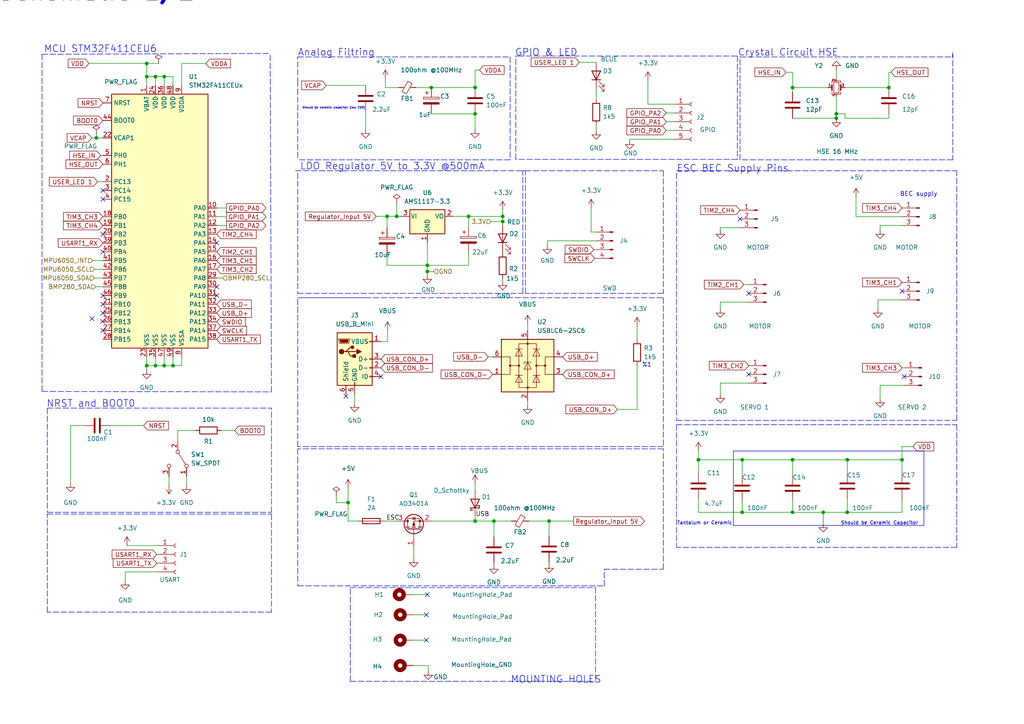
<source format=kicad_sch>
(kicad_sch (version 20211123) (generator eeschema)
  (paper "A4")
  (title_block (title "MCU and Power sheet") (date "2022-11-05") (rev "Version 1"))
  (junction (at 123.952 76.962))
  (junction (at 145.796 62.7662))
  (junction (at 242.57 33.02))
  (junction (at 229.87 148.59))
  (junction (at 229.87 25.4))
  (junction (at 143.256 151.13))
  (junction (at 261.62 133.35))
  (junction (at 215.265 148.59))
  (junction (at 245.745 133.35))
  (junction (at 123.952 78.74))
  (junction (at 42.5596 18.4217))
  (junction (at 229.87 133.35))
  (junction (at 137.795 33.02))
  (junction (at 257.81 25.4))
  (junction (at 245.745 148.59))
  (junction (at 112.268 62.738))
  (junction (at 135.89 62.7662))
  (junction (at 125.095 25.4))
  (junction (at 50.165 106.045))
  (junction (at 42.5596 22.225))
  (junction (at 238.76 148.59))
  (junction (at 145.796 64.262))
  (junction (at 215.265 133.35))
  (junction (at 137.795 25.4))
  (junction (at 115.062 62.738))
  (junction (at 47.625 22.225))
  (junction (at 42.545 106.045))
  (junction (at 45.085 22.225))
  (junction (at 100.965 145.796))
  (junction (at 202.565 133.35))
  (junction (at 45.085 106.045))
  (junction (at 137.795 151.13))
  (junction (at 159.258 151.13))
  (junction (at 47.625 106.045))
  (junction (at 27.94 40.005))
  (junction (at 242.57 34.29))
  (no_connect (at 26.67 92.456))
  (no_connect (at 29.718 93.218))
  (no_connect (at 29.845 95.885))
  (no_connect (at 217.17 108.585))
  (no_connect (at 261.62 84.455))
  (no_connect (at 214.63 63.5))
  (no_connect (at 217.17 85.09))
  (no_connect (at 262.255 109.22))
  (no_connect (at 62.865 70.485))
  (no_connect (at 123.698 178.308))
  (no_connect (at 123.698 185.674))
  (no_connect (at 29.845 85.725))
  (no_connect (at 62.865 83.185))
  (no_connect (at 62.865 85.725))
  (no_connect (at 100.33 114.935))
  (no_connect (at 29.845 90.805))
  (no_connect (at 29.845 88.265))
  (no_connect (at 123.952 172.466))
  (no_connect (at 29.845 57.785))
  (no_connect (at 29.845 55.245))
  (no_connect (at 29.845 73.025))
  (no_connect (at 110.49 109.22))
  (no_connect (at 29.845 67.945))
  (polyline (pts (xy 212.725 130.81) (xy 267.97 130.81)) (stroke (width 0) (type solid)))
  (wire (pts (xy 208.915 111.125) (xy 217.17 111.125)))
  (wire (pts (xy 27.4019 80.645) (xy 29.845 80.645)))
  (polyline (pts (xy 152.4 49.53) (xy 192.405 49.53)))
  (wire (pts (xy 106.045 32.385) (xy 106.045 37.465)))
  (wire (pts (xy 111.506 151.13) (xy 114.935 151.13)))
  (polyline (pts (xy 196.215 123.19) (xy 196.215 158.75)))
  (wire (pts (xy 45.085 106.045) (xy 47.625 106.045)))
  (polyline (pts (xy 213.868 16.256) (xy 213.868 46.228)))
  (wire (pts (xy 28.9099 78.1001) (xy 29.845 78.105)))
  (wire (pts (xy 45.085 22.225) (xy 45.085 24.765)))
  (polyline (pts (xy 151.765 49.53) (xy 152.4 49.53)))
  (polyline (pts (xy 86.36 132.715) (xy 86.36 169.926)))
  (wire (pts (xy 187.9151 30.226) (xy 195.58 30.226)))
  (wire (pts (xy 94.615 24.765) (xy 106.045 24.765)))
  (wire (pts (xy 49.022 138.176) (xy 49.022 140.716)))
  (wire (pts (xy 159.258 151.13) (xy 159.258 155.448)))
  (wire (pts (xy 245.11 25.4) (xy 257.81 25.4)))
  (wire (pts (xy 51.562 124.841) (xy 51.562 128.016)))
  (wire (pts (xy 245.11 33.02) (xy 242.57 33.02)))
  (wire (pts (xy 245.11 34.29) (xy 245.11 33.02)))
  (polyline (pts (xy 86.36 16.51) (xy 147.955 16.51)))
  (wire (pts (xy 52.705 24.765) (xy 52.705 18.415)))
  (wire (pts (xy 125.73 78.74) (xy 123.952 78.74)))
  (polyline (pts (xy 86.36 169.926) (xy 175.26 169.926)))
  (wire (pts (xy 255.27 65.405) (xy 255.27 66.675)))
  (wire (pts (xy 123.952 78.74) (xy 123.952 79.7373)))
  (wire (pts (xy 42.5596 18.4217) (xy 45.9958 18.4217)))
  (wire (pts (xy 50.165 24.765) (xy 50.165 22.225)))
  (wire (pts (xy 245.11 34.29) (xy 257.81 34.29)))
  (wire (pts (xy 158.75 69.85) (xy 158.75 71.12)))
  (wire (pts (xy 172.72 69.85) (xy 158.75 69.85)))
  (wire (pts (xy 26.6069 40.005) (xy 27.94 40.005)))
  (wire (pts (xy 245.745 148.59) (xy 261.62 148.59)))
  (polyline (pts (xy 13.716 148.59) (xy 78.74 148.59)))
  (wire (pts (xy 139.065 20.32) (xy 137.795 20.32)))
  (wire (pts (xy 36.322 165.862) (xy 45.974 165.862)))
  (wire (pts (xy 50.165 22.225) (xy 47.625 22.225)))
  (wire (pts (xy 172.212 72.39) (xy 172.72 72.39)))
  (wire (pts (xy 42.545 106.045) (xy 45.085 106.045)))
  (polyline (pts (xy 152.4 85.09) (xy 152.4 49.53)))
  (wire (pts (xy 36.83 158.242) (xy 45.974 158.242)))
  (wire (pts (xy 229.87 145.415) (xy 229.87 148.59)))
  (polyline (pts (xy 101.6 197.612) (xy 172.72 197.612)))
  (polyline (pts (xy 12.192 15.748) (xy 12.192 113.538)))
  (wire (pts (xy 215.265 148.59) (xy 229.87 148.59)))
  (polyline (pts (xy 12.192 15.748) (xy 78.359 15.494)))
  (wire (pts (xy 109.1225 62.738) (xy 109.1225 62.7554)))
  (wire (pts (xy 145.796 81.534) (xy 145.796 80.899)))
  (wire (pts (xy 97.536 143.764) (xy 97.536 145.796)))
  (wire (pts (xy 42.545 22.225) (xy 42.5596 22.225)))
  (wire (pts (xy 172.9291 36.322) (xy 172.9291 37.846)))
  (wire (pts (xy 45.466 160.782) (xy 45.974 160.782)))
  (wire (pts (xy 202.565 133.35) (xy 215.265 133.35)))
  (wire (pts (xy 135.89 62.7662) (xy 135.89 62.738)))
  (polyline (pts (xy 277.495 121.92) (xy 277.495 49.53)))
  (wire (pts (xy 135.89 65.786) (xy 135.89 62.7662)))
  (polyline (pts (xy 192.405 86.36) (xy 192.405 129.54)))
  (polyline (pts (xy 213.868 46.228) (xy 149.606 46.228)))
  (wire (pts (xy 135.89 62.7662) (xy 145.796 62.7662)))
  (wire (pts (xy 27.94 40.005) (xy 29.845 40.005)))
  (wire (pts (xy 193.2491 32.766) (xy 195.58 32.766)))
  (wire (pts (xy 47.625 106.045) (xy 50.165 106.045)))
  (wire (pts (xy 124.206 193.04) (xy 124.206 194.564)))
  (wire (pts (xy 153.416 151.13) (xy 159.258 151.13)))
  (polyline (pts (xy 13.716 118.364) (xy 13.716 148.59)))
  (wire (pts (xy 119.888 193.04) (xy 124.206 193.04)))
  (polyline (pts (xy 86.36 24.13) (xy 86.36 16.51)))
  (wire (pts (xy 42.5596 18.3837) (xy 42.5596 18.4217)))
  (wire (pts (xy 208.915 66.04) (xy 214.63 66.04)))
  (wire (pts (xy 27.94 38.862) (xy 27.94 40.005)))
  (wire (pts (xy 145.796 64.262) (xy 145.796 65.278)))
  (polyline (pts (xy 276.352 46.355) (xy 214.63 46.355)))
  (wire (pts (xy 202.565 144.78) (xy 202.565 148.59)))
  (wire (pts (xy 248.285 57.15) (xy 248.285 62.865)))
  (wire (pts (xy 172.9291 25.6755) (xy 172.9291 28.702)))
  (wire (pts (xy 179.07 118.745) (xy 184.785 118.745)))
  (wire (pts (xy 143.256 163.83) (xy 143.256 163.322)))
  (wire (pts (xy 248.285 62.865) (xy 261.62 62.865)))
  (wire (pts (xy 145.796 60.9382) (xy 145.796 62.7662)))
  (wire (pts (xy 254.635 86.995) (xy 261.62 86.995)))
  (wire (pts (xy 215.265 145.415) (xy 215.265 148.59)))
  (wire (pts (xy 217.17 87.63) (xy 208.915 87.63)))
  (wire (pts (xy 202.565 148.59) (xy 215.265 148.59)))
  (wire (pts (xy 255.27 115.57) (xy 255.27 111.76)))
  (wire (pts (xy 123.952 172.466) (xy 119.634 172.466)))
  (wire (pts (xy 27.7902 83.185) (xy 29.845 83.185)))
  (wire (pts (xy 135.89 73.406) (xy 135.89 76.962)))
  (wire (pts (xy 227.965 20.955) (xy 229.87 20.955)))
  (wire (pts (xy 258.445 20.955) (xy 257.81 20.955)))
  (wire (pts (xy 215.265 137.795) (xy 215.265 133.35)))
  (wire (pts (xy 245.745 133.35) (xy 261.62 133.35)))
  (polyline (pts (xy 147.955 46.355) (xy 86.36 46.355)))
  (polyline (pts (xy 196.215 121.92) (xy 277.495 121.92)))
  (wire (pts (xy 52.705 18.415) (xy 59.69 18.415)))
  (polyline (pts (xy 214.63 16.51) (xy 276.225 16.51)))
  (wire (pts (xy 111.76 22.86) (xy 111.76 25.4)))
  (wire (pts (xy 62.865 80.645) (xy 64.5343 80.645)))
  (polyline (pts (xy 86.36 86.36) (xy 106.045 86.36)))
  (polyline (pts (xy 192.405 49.53) (xy 192.405 85.09)))
  (polyline (pts (xy 149.606 46.228) (xy 149.606 16.256)))
  (polyline (pts (xy 150.368 16.256) (xy 213.868 16.256)))
  (wire (pts (xy 242.57 27.94) (xy 242.57 33.02)))
  (wire (pts (xy 62.865 60.325) (xy 65.704 60.325)))
  (wire (pts (xy 28.289 52.7048) (xy 29.845 52.705)))
  (wire (pts (xy 52.705 103.505) (xy 52.705 106.045)))
  (wire (pts (xy 137.795 140.335) (xy 137.795 142.24)))
  (wire (pts (xy 208.915 66.675) (xy 208.915 66.04)))
  (wire (pts (xy 112.268 76.962) (xy 123.952 76.962)))
  (wire (pts (xy 261.62 129.54) (xy 261.62 133.35)))
  (polyline (pts (xy 196.215 123.19) (xy 277.495 123.19)))
  (polyline (pts (xy 175.26 165.1) (xy 192.405 165.1)))
  (wire (pts (xy 238.76 148.59) (xy 245.745 148.59)))
  (wire (pts (xy 255.27 111.76) (xy 262.255 111.76)))
  (wire (pts (xy 51.562 124.841) (xy 56.642 124.841)))
  (wire (pts (xy 142.494 64.262) (xy 145.796 64.262)))
  (polyline (pts (xy 192.405 130.175) (xy 86.36 130.175)))
  (wire (pts (xy 229.87 26.67) (xy 229.87 25.4)))
  (wire (pts (xy 229.87 148.59) (xy 238.76 148.59)))
  (polyline (pts (xy 86.36 23.495) (xy 86.36 46.355)))
  (wire (pts (xy 29.21 45.085) (xy 29.845 45.085)))
  (wire (pts (xy 112.268 62.738) (xy 115.062 62.738)))
  (wire (pts (xy 109.1225 62.738) (xy 112.268 62.738)))
  (wire (pts (xy 261.62 106.68) (xy 262.255 106.68)))
  (polyline (pts (xy 192.405 129.54) (xy 86.36 129.54)))
  (polyline (pts (xy 101.6 197.612) (xy 101.6 170.434)))
  (wire (pts (xy 26.8877 75.565) (xy 29.845 75.565)))
  (wire (pts (xy 64.262 124.841) (xy 68.072 124.841)))
  (wire (pts (xy 123.952 70.358) (xy 123.952 76.962)))
  (wire (pts (xy 47.625 22.225) (xy 45.085 22.225)))
  (polyline (pts (xy 86.36 85.09) (xy 151.638 85.09)))
  (wire (pts (xy 131.572 62.738) (xy 135.89 62.738)))
  (wire (pts (xy 125.095 151.13) (xy 137.795 151.13)))
  (wire (pts (xy 125.095 33.02) (xy 137.795 33.02)))
  (wire (pts (xy 25.8252 18.3837) (xy 42.5596 18.3837)))
  (wire (pts (xy 52.705 106.045) (xy 50.165 106.045)))
  (polyline (pts (xy 172.72 170.434) (xy 172.72 197.612)))
  (wire (pts (xy 184.785 118.745) (xy 184.785 106.045)))
  (wire (pts (xy 42.5596 22.225) (xy 45.085 22.225)))
  (polyline (pts (xy 276.352 15.24) (xy 276.352 46.355)))
  (wire (pts (xy 137.795 151.13) (xy 143.256 151.13)))
  (wire (pts (xy 36.322 168.402) (xy 36.322 165.862)))
  (wire (pts (xy 254.635 89.535) (xy 254.635 86.995)))
  (wire (pts (xy 215.7378 82.55) (xy 217.17 82.55)))
  (wire (pts (xy 112.268 66.04) (xy 112.268 62.738)))
  (wire (pts (xy 47.625 103.505) (xy 47.625 106.045)))
  (wire (pts (xy 242.57 33.02) (xy 242.57 34.29)))
  (wire (pts (xy 168.019 18.0555) (xy 172.9291 18.0555)))
  (wire (pts (xy 153.035 93.98) (xy 153.035 95.885)))
  (wire (pts (xy 102.87 114.3) (xy 102.87 116.883)))
  (wire (pts (xy 245.745 133.35) (xy 245.745 137.16)))
  (wire (pts (xy 135.89 76.962) (xy 123.952 76.962)))
  (wire (pts (xy 45.085 103.505) (xy 45.085 106.045)))
  (wire (pts (xy 171.45 60.325) (xy 171.45 67.31)))
  (wire (pts (xy 172.466 74.93) (xy 172.72 74.93)))
  (polyline (pts (xy 13.716 149.098) (xy 78.74 149.098)))
  (wire (pts (xy 112.268 73.66) (xy 112.268 76.962)))
  (wire (pts (xy 42.5596 18.4217) (xy 42.5596 22.225)))
  (wire (pts (xy 229.87 34.29) (xy 242.57 34.29)))
  (polyline (pts (xy 192.405 85.09) (xy 152.4 85.09)))
  (wire (pts (xy 32.004 123.444) (xy 41.656 123.444)))
  (wire (pts (xy 100.965 151.13) (xy 103.886 151.13)))
  (polyline (pts (xy 149.606 16.256) (xy 150.368 16.256)))
  (wire (pts (xy 112.395 99.06) (xy 112.395 95.885)))
  (wire (pts (xy 120.65 25.4) (xy 125.095 25.4)))
  (wire (pts (xy 20.447 123.444) (xy 20.447 140.081)))
  (polyline (pts (xy 277.495 158.75) (xy 196.215 158.75)))
  (wire (pts (xy 137.795 33.02) (xy 137.795 37.465)))
  (polyline (pts (xy 13.716 118.364) (xy 78.74 118.364)))
  (wire (pts (xy 47.625 22.225) (xy 47.625 24.765)))
  (wire (pts (xy 261.62 133.35) (xy 261.62 137.16)))
  (polyline (pts (xy 267.97 152.4) (xy 267.97 130.81)) (stroke (width 0) (type solid) (color 0 0 255 1)))
  (wire (pts (xy 24.384 123.444) (xy 20.447 123.444)))
  (wire (pts (xy 115.062 62.738) (xy 116.332 62.738)))
  (wire (pts (xy 145.796 62.7662) (xy 145.796 64.262)))
  (polyline (pts (xy 78.74 148.59) (xy 78.74 118.364)))
  (polyline (pts (xy 151.638 85.09) (xy 151.638 49.53)))
  (polyline (pts (xy 277.495 123.19) (xy 277.495 158.75)))
  (wire (pts (xy 62.865 62.865) (xy 65.704 62.865)))
  (wire (pts (xy 261.62 65.405) (xy 255.27 65.405)))
  (polyline (pts (xy 85.725 49.53) (xy 151.638 49.53)))
  (wire (pts (xy 62.865 65.405) (xy 65.704 65.405)))
  (wire (pts (xy 208.915 114.3) (xy 208.915 111.125)))
  (wire (pts (xy 137.795 20.32) (xy 137.795 25.4)))
  (wire (pts (xy 184.785 94.615) (xy 184.785 98.425)))
  (wire (pts (xy 187.9151 23.368) (xy 187.9151 30.226)))
  (wire (pts (xy 229.87 20.955) (xy 229.87 25.4)))
  (wire (pts (xy 141.605 103.505) (xy 142.875 103.505)))
  (wire (pts (xy 245.745 144.78) (xy 245.745 148.59)))
  (polyline (pts (xy 196.215 50.165) (xy 196.215 121.92)))
  (wire (pts (xy 111.76 25.4) (xy 115.57 25.4)))
  (polyline (pts (xy 13.716 177.546) (xy 13.716 149.098)))
  (wire (pts (xy 97.536 145.796) (xy 100.965 145.796)))
  (wire (pts (xy 120.015 158.75) (xy 120.015 161.925)))
  (wire (pts (xy 229.87 133.35) (xy 229.87 137.795)))
  (wire (pts (xy 182.626 40.386) (xy 182.626 40.64)))
  (wire (pts (xy 257.81 33.02) (xy 257.81 34.29)))
  (wire (pts (xy 193.2491 37.846) (xy 195.58 37.846)))
  (wire (pts (xy 171.45 67.31) (xy 172.72 67.31)))
  (polyline (pts (xy 78.74 177.546) (xy 13.716 177.546)))
  (wire (pts (xy 193.294 35.306) (xy 195.58 35.306)))
  (polyline (pts (xy 101.6 170.434) (xy 172.72 170.434)))
  (wire (pts (xy 110.49 99.06) (xy 112.395 99.06)))
  (polyline (pts (xy 214.63 46.355) (xy 214.63 16.51)))
  (wire (pts (xy 153.035 116.205) (xy 153.035 117.475)))
  (polyline (pts (xy 78.74 149.098) (xy 78.74 177.546)))
  (polyline (pts (xy 175.26 169.926) (xy 175.26 165.1)))
  (wire (pts (xy 229.87 133.35) (xy 245.745 133.35)))
  (wire (pts (xy 215.265 133.35) (xy 229.87 133.35)))
  (wire (pts (xy 242.57 20.32) (xy 242.57 22.86)))
  (polyline (pts (xy 12.192 113.538) (xy 78.74 113.665)))
  (polyline (pts (xy 87.63 86.36) (xy 192.405 86.36)))
  (polyline (pts (xy 212.725 152.4) (xy 267.97 152.4)) (stroke (width 0) (type solid)))
  (wire (pts (xy 42.545 106.045) (xy 42.545 107.315)))
  (wire (pts (xy 143.256 151.13) (xy 148.336 151.13)))
  (wire (pts (xy 195.58 40.386) (xy 182.626 40.386)))
  (polyline (pts (xy 276.225 15.875) (xy 276.225 16.51)))
  (wire (pts (xy 27.432 78.1099) (xy 28.9099 78.1001)))
  (polyline (pts (xy 78.74 113.665) (xy 78.359 15.494)))
  (wire (pts (xy 208.915 87.63) (xy 208.915 89.535)))
  (wire (pts (xy 123.952 76.962) (xy 123.952 78.74)))
  (polyline (pts (xy 86.36 130.175) (xy 86.36 132.715)))
  (wire (pts (xy 202.565 130.81) (xy 202.565 133.35)))
  (wire (pts (xy 100.965 145.796) (xy 100.965 141.605)))
  (wire (pts (xy 159.258 151.13) (xy 166.37 151.13)))
  (polyline (pts (xy 147.955 16.51) (xy 147.955 46.355)))
  (wire (pts (xy 125.095 25.4) (xy 137.795 25.4)))
  (polyline (pts (xy 192.405 165.1) (xy 192.405 130.175)))
  (wire (pts (xy 54.102 138.176) (xy 54.102 140.716)))
  (wire (pts (xy 50.165 106.045) (xy 50.165 103.505)))
  (wire (pts (xy 238.76 151.765) (xy 238.76 148.59)))
  (wire (pts (xy 42.545 103.505) (xy 42.545 106.045)))
  (wire (pts (xy 123.698 178.308) (xy 119.888 178.308)))
  (wire (pts (xy 145.796 73.279) (xy 145.796 72.898)))
  (polyline (pts (xy 86.36 129.54) (xy 86.36 86.36)))
  (wire (pts (xy 264.795 129.54) (xy 261.62 129.54)))
  (wire (pts (xy 261.62 144.78) (xy 261.62 148.59)))
  (wire (pts (xy 229.87 25.4) (xy 240.03 25.4)))
  (wire (pts (xy 100.33 114.935) (xy 100.33 114.3)))
  (wire (pts (xy 257.81 20.955) (xy 257.81 25.4)))
  (polyline (pts (xy 196.215 49.53) (xy 277.495 49.53)))
  (polyline (pts (xy 212.725 130.81) (xy 212.725 152.4)) (stroke (width 0) (type solid)))
  (wire (pts (xy 137.795 151.13) (xy 137.795 149.86)))
  (polyline (pts (xy 86.36 50.165) (xy 86.36 85.09)))
  (wire (pts (xy 115.062 58.928) (xy 115.062 62.738)))
  (wire (pts (xy 143.256 151.13) (xy 143.256 155.702)))
  (wire (pts (xy 42.545 24.765) (xy 42.545 22.225)))
  (wire (pts (xy 100.965 145.796) (xy 100.965 151.13)))
  (wire (pts (xy 202.565 137.16) (xy 202.565 133.35)))
  (wire (pts (xy 159.258 163.068) (xy 159.258 163.576)))
  (wire (pts (xy 123.698 185.674) (xy 119.888 185.674)))
  (wire (pts (xy 45.466 163.322) (xy 45.974 163.322)))
  (text "ESC BEC Supply Pins" (at 196.215 50.165 0) (effects (font (size 2 2)) (justify left bottom)))
  (text "%1 " (at 186.182 106.68 0) (effects (font (size 1.27 1.27)) (justify left bottom)))
  (text "BEC supply" (at 260.985 57.15 0) (effects (font (size 1.27 1.27)) (justify left bottom)))
  (text "Should be Ceramic Capacitor" (at 243.84 152.4 0) (effects (font (size 1 1)) (justify left bottom)))
  (text "Tantalum or Ceramic" (at 196.342 152.4 0) (effects (font (size 1 1)) (justify left bottom)))
  (text "GPIO & LED" (at 149.352 16.51 0) (effects (font (size 2 2)) (justify left bottom)))
  (text "Should be ceramic capacitor (low ESR)" (at 87.63 31.75 0) (effects (font (size 0.6 0.6) (thickness 0.12) bold) (justify left bottom)))
  (text "MCU STM32F411CEU6" (at 12.7 15.494 0) (effects (font (size 2 2)) (justify left bottom)))
  (text "MOUNTING HOLES" (at 148.082 198.374 0) (effects (font (size 2 2)) (justify left bottom)))
  (text "Crystal Circuit HSE" (at 213.995 16.51 0) (effects (font (size 2 2)) (justify left bottom)))
  (text "LDO Regulator 5V to 3.3V @500mA" (at 86.995 49.53 0) (effects (font (size 2 2)) (justify left bottom)))
  (text "Analog Filtring" (at 86.36 16.51 0) (effects (font (size 2 2)) (justify left bottom)))
  (text "Schematic 1/2" (at -1.27 0.508 0) (effects (font (size 5 5) (thickness 1) bold) (justify left bottom)))
  (text "NRST and BOOT0" (at 13.462 118.364 0) (effects (font (size 2 2)) (justify left bottom)))
  (label "ESC" (at 112.014 151.13 0))
  (label "USB" (at 137.922 150.114 0))
  (global_label "USART1_RX" (shape input) (at 45.466 160.782 180) (property "Intersheet References" "${INTERSHEET_REFS}" (effects hide)))
  (global_label "Regulator_Input 5V" (shape output) (at 166.37 151.13 0) (property "Intersheet References" "${INTERSHEET_REFS}" (effects hide)))
  (global_label "HSE_IN" (shape input) (at 29.21 45.085 180) (property "Intersheet References" "${INTERSHEET_REFS}" (effects hide)))
  (global_label "VDDA" (shape input) (at 59.69 18.415 0) (property "Intersheet References" "${INTERSHEET_REFS}" (effects hide)))
  (global_label "USART1_TX" (shape input) (at 45.466 163.322 180) (property "Intersheet References" "${INTERSHEET_REFS}" (effects hide)))
  (global_label "Regulator_Input 5V" (shape input) (at 109.1225 62.7554 180) (property "Intersheet References" "${INTERSHEET_REFS}" (effects hide)))
  (global_label "NRST" (shape input) (at 29.845 29.845 180) (property "Intersheet References" "${INTERSHEET_REFS}" (effects hide)))
  (global_label "USB_D+" (shape input) (at 163.195 103.505 0) (property "Intersheet References" "${INTERSHEET_REFS}" (effects hide)))
  (global_label "TIM3_CH3" (shape input) (at 29.845 62.865 180) (property "Intersheet References" "${INTERSHEET_REFS}" (effects hide)))
  (global_label "USB_D+" (shape input) (at 62.865 90.805 0) (property "Intersheet References" "${INTERSHEET_REFS}" (effects hide)))
  (global_label "TIM2_CH1" (shape input) (at 62.865 73.025 0) (property "Intersheet References" "${INTERSHEET_REFS}" (effects hide)))
  (global_label "USB_CON_D-" (shape input) (at 142.875 108.585 180) (property "Intersheet References" "${INTERSHEET_REFS}" (effects hide)))
  (global_label "TIM2_CH1" (shape input) (at 215.7378 82.55 180) (property "Intersheet References" "${INTERSHEET_REFS}" (effects hide)))
  (global_label "TIM3_CH2" (shape input) (at 217.17 106.045 180) (property "Intersheet References" "${INTERSHEET_REFS}" (effects hide)))
  (global_label "SWDIO" (shape input) (at 62.865 93.345 0) (property "Intersheet References" "${INTERSHEET_REFS}" (effects hide)))
  (global_label "TIM2_CH4" (shape input) (at 214.63 60.96 180) (property "Intersheet References" "${INTERSHEET_REFS}" (effects hide)))
  (global_label "HSE_IN" (shape input) (at 227.965 20.955 180) (property "Intersheet References" "${INTERSHEET_REFS}" (effects hide)))
  (global_label "SWCLK" (shape input) (at 172.466 74.93 180) (property "Intersheet References" "${INTERSHEET_REFS}" (effects hide)))
  (global_label "BOOT0" (shape input) (at 29.845 34.925 180) (property "Intersheet References" "${INTERSHEET_REFS}" (effects hide)))
  (global_label "TIM3_CH1" (shape input) (at 62.865 75.565 0) (property "Intersheet References" "${INTERSHEET_REFS}" (effects hide)))
  (global_label "NRST" (shape input) (at 41.656 123.444 0) (property "Intersheet References" "${INTERSHEET_REFS}" (effects hide)))
  (global_label "TIM3_CH4" (shape input) (at 261.62 60.325 180) (property "Intersheet References" "${INTERSHEET_REFS}" (effects hide)))
  (global_label "USB_CON_D+" (shape input) (at 110.49 104.14 0) (property "Intersheet References" "${INTERSHEET_REFS}" (effects hide)))
  (global_label "USB_D-" (shape input) (at 62.865 88.265 0) (property "Intersheet References" "${INTERSHEET_REFS}" (effects hide)))
  (global_label "TIM3_CH2" (shape input) (at 62.865 78.105 0) (property "Intersheet References" "${INTERSHEET_REFS}" (effects hide)))
  (global_label "TIM3_CH3" (shape input) (at 261.62 106.68 180) (property "Intersheet References" "${INTERSHEET_REFS}" (effects hide)))
  (global_label "VCAP" (shape input) (at 26.6069 40.005 180) (property "Intersheet References" "${INTERSHEET_REFS}" (effects hide)))
  (global_label "GPIO_PA2" (shape output) (at 65.704 65.405 0) (property "Intersheet References" "${INTERSHEET_REFS}" (effects hide)))
  (global_label "VDDA" (shape input) (at 139.065 20.32 0) (property "Intersheet References" "${INTERSHEET_REFS}" (effects hide)))
  (global_label "GPIO_PA1" (shape input) (at 193.294 35.306 180) (property "Intersheet References" "${INTERSHEET_REFS}" (effects hide)))
  (global_label "VDD" (shape input) (at 25.8252 18.3837 180) (property "Intersheet References" "${INTERSHEET_REFS}" (effects hide)))
  (global_label "USART1_TX" (shape input) (at 62.865 98.425 0) (property "Intersheet References" "${INTERSHEET_REFS}" (effects hide)))
  (global_label "USB_CON_D-" (shape input) (at 110.49 106.68 0) (property "Intersheet References" "${INTERSHEET_REFS}" (effects hide)))
  (global_label "USB_CON_D+" (shape input) (at 179.07 118.745 180) (property "Intersheet References" "${INTERSHEET_REFS}" (effects hide)))
  (global_label "HSE_OUT" (shape input) (at 258.445 20.955 0) (property "Intersheet References" "${INTERSHEET_REFS}" (effects hide)))
  (global_label "USART1_RX" (shape input) (at 29.845 70.485 180) (property "Intersheet References" "${INTERSHEET_REFS}" (effects hide)))
  (global_label "BOOT0" (shape input) (at 68.072 124.841 0) (property "Intersheet References" "${INTERSHEET_REFS}" (effects hide)))
  (global_label "GPIO_PA0" (shape input) (at 193.2491 37.846 180) (property "Intersheet References" "${INTERSHEET_REFS}" (effects hide)))
  (global_label "TIM2_CH4" (shape input) (at 62.865 67.945 0) (property "Intersheet References" "${INTERSHEET_REFS}" (effects hide)))
  (global_label "USB_D-" (shape input) (at 141.605 103.505 180) (property "Intersheet References" "${INTERSHEET_REFS}" (effects hide)))
  (global_label "SWCLK" (shape input) (at 62.865 95.885 0) (property "Intersheet References" "${INTERSHEET_REFS}" (effects hide)))
  (global_label "GPIO_PA1" (shape output) (at 65.704 62.865 0) (property "Intersheet References" "${INTERSHEET_REFS}" (effects hide)))
  (global_label "TIM3_CH4" (shape input) (at 29.845 65.405 180) (property "Intersheet References" "${INTERSHEET_REFS}" (effects hide)))
  (global_label "GPIO_PA2" (shape input) (at 193.2491 32.766 180) (property "Intersheet References" "${INTERSHEET_REFS}" (effects hide)))
  (global_label "HSE_OUT" (shape input) (at 29.845 47.625 180) (property "Intersheet References" "${INTERSHEET_REFS}" (effects hide)))
  (global_label "VCAP" (shape input) (at 94.615 24.765 180) (property "Intersheet References" "${INTERSHEET_REFS}" (effects hide)))
  (global_label "GPIO_PA0" (shape output) (at 65.704 60.325 0) (property "Intersheet References" "${INTERSHEET_REFS}" (effects hide)))
  (global_label "USER_LED 1" (shape input) (at 168.019 18.0555 180) (property "Intersheet References" "${INTERSHEET_REFS}" (effects hide)))
  (global_label "USB_CON_D+" (shape input) (at 163.195 108.585 0) (property "Intersheet References" "${INTERSHEET_REFS}" (effects hide)))
  (global_label "USER_LED 1" (shape input) (at 28.289 52.7048 180) (property "Intersheet References" "${INTERSHEET_REFS}" (effects hide)))
  (global_label "VDD" (shape input) (at 264.795 129.54 0) (property "Intersheet References" "${INTERSHEET_REFS}" (effects hide)))
  (global_label "TIM3_CH1" (shape input) (at 261.62 81.915 180) (property "Intersheet References" "${INTERSHEET_REFS}" (effects hide)))
  (global_label "SWDIO" (shape input) (at 172.212 72.39 180) (property "Intersheet References" "${INTERSHEET_REFS}" (effects hide)))
  (hierarchical_label "MPU6050_INT" (shape input) (at 26.8877 75.565 180))
  (hierarchical_label "MPU6050_SDA" (shape input) (at 27.4019 80.645 180))
  (hierarchical_label "3.3V" (shape input) (at 142.494 64.262 180))
  (hierarchical_label "GND" (shape input) (at 125.73 78.74 0))
  (hierarchical_label "MPU6050_SCL" (shape input) (at 27.432 78.1099 180))
  (hierarchical_label "BMP280_SCL" (shape input) (at 64.5343 80.645 0))
  (hierarchical_label "BMP280_SDA" (shape input) (at 27.7902 83.185 180))
  (symbol (lib_id "power:GND") (at 254.635 89.535 0) (unit 1)
    (property "Reference" "#PWR0101" (effects hide))
    (property "Value" "GND" (at 254.635 94.615 0))
  )
  (symbol (lib_id "power:GND") (at 255.27 115.57 0) (unit 1)
    (property "Reference" "#PWR0102" (effects hide))
    (property "Value" "GND" (at 255.27 120.65 0))
  )
  (symbol (lib_id "Device:R") (at 184.785 102.235 0) (unit 1)
    (property "Reference" "R3" (at 186.69 100.9649 0) (effects (justify left)))
    (property "Value" "1k5" (at 186.69 103.5049 0) (effects (justify left)))
    (property "Footprint" "Resistor_SMD:R_0201_0603Metric" (effects hide))
  )
  (symbol (lib_id "Device:C") (at 28.194 123.444 90) (unit 1)
    (property "Reference" "C1" (at 31.369 125.349 90))
    (property "Value" "100nF" (at 28.194 127.254 90))
    (property "Footprint" "Capacitor_SMD:C_0603_1608Metric" (effects hide))
  )
  (symbol (lib_id "Connector:USB_B_Mini") (at 102.87 104.14 0) (unit 1)
    (property "Reference" "J3" (at 102.87 91.44 0))
    (property "Value" "USB_B_Mini" (at 102.87 93.98 0))
    (property "Footprint" "Connector_USB:USB_Mini-B_Wuerth_65100516121_Horizontal" (effects hide))
  )
  (symbol (lib_id "MCU_ST_STM32F4:STM32F411CEUx") (at 47.625 62.865 0) (unit 1)
    (property "Reference" "U1" (at 54.7244 22.225 0) (effects (justify left)))
    (property "Value" "STM32F411CEUx" (at 54.7244 24.765 0) (effects (justify left)))
    (property "Footprint" "Package_DFN_QFN:QFN-48-1EP_7x7mm_P0.5mm_EP5.6x5.6mm" (effects hide))
    (property "Datasheet" "http://www.st.com/st-web-ui/static/active/en/resource/technical/document/datasheet/DM00115249.pdf" (effects hide))
  )
  (symbol (lib_id "Device:C_Polarized") (at 112.268 69.85 0) (unit 1)
    (property "Reference" "C4" (at 114.808 68.58 0) (effects (justify left)))
    (property "Value" "10uF" (at 108.585 73.914 0) (effects (justify left)))
    (property "Footprint" "Capacitor_SMD:CP_Elec_4x5.4" (effects hide))
  )
  (symbol (lib_id "Device:C") (at 159.258 159.258 0) (unit 1)
    (property "Reference" "C8" (at 162.433 157.9879 0) (effects (justify left)))
    (property "Value" "2.2uF" (at 161.163 162.433 0) (effects (justify left)))
    (property "Footprint" "Capacitor_SMD:C_0603_1608Metric" (effects hide))
  )
  (symbol (lib_id "Connector:Conn_01x03_Male") (at 222.25 108.585 0) (mirror y) (unit 1)
    (property "Reference" "J7" (at 224.155 108.585 0) (effects (justify right)))
    (property "Value" "SERVO 1" (at 214.63 118.11 0) (effects (justify right)))
    (property "Footprint" "Connector_PinHeader_2.54mm:PinHeader_1x03_P2.54mm_Vertical" (effects hide))
  )
  (symbol (lib_id "Device:C") (at 229.87 141.605 180) (unit 1)
    (property "Reference" "C14" (at 231.775 138.43 0))
    (property "Value" "100nF" (at 234.315 147.32 0))
    (property "Footprint" "Capacitor_SMD:C_0603_1608Metric" (effects hide))
  )
  (symbol (lib_id "Connector:Conn_01x03_Male") (at 266.7 62.865 0) (mirror y) (unit 1)
    (property "Reference" "J8" (at 269.24 62.865 0) (effects (justify right)))
    (property "Value" "MOTOR" (at 259.715 71.755 0) (effects (justify right)))
    (property "Footprint" "Connector_PinHeader_2.54mm:PinHeader_1x03_P2.54mm_Vertical" (effects hide))
  )
  (symbol (lib_id "power:GND") (at 238.76 151.765 0) (unit 1)
    (property "Reference" "#PWR0108" (effects hide))
    (property "Value" "GND" (at 238.76 156.845 0))
  )
  (symbol (lib_id "Device:Crystal_GND24_Small") (at 242.57 25.4 0) (mirror x) (unit 1)
    (property "Reference" "Y2" (at 237.49 19.05 0))
    (property "Value" "HSE 16 MHz" (at 242.824 43.942 0))
    (property "Footprint" "Crystal:Crystal_SMD_3225-4Pin_3.2x2.5mm" (effects hide))
  )
  (symbol (lib_id "power:GND") (at 242.57 34.29 0) (unit 1)
    (property "Reference" "#PWR0114" (effects hide))
    (property "Value" "GND" (at 242.57 39.37 0))
  )
  (symbol (lib_id "Mechanical:MountingHole_Pad") (at 117.348 185.674 90) (unit 1)
    (property "Reference" "H3" (at 109.474 185.42 90))
    (property "Value" "MountingHole_Pad" (at 139.7 185.42 90))
    (property "Footprint" "MountingHole:MountingHole_4.3mm_M4_Pad_Via" (effects hide))
  )
  (symbol (lib_id "Device:C") (at 106.045 28.575 0) (unit 1)
    (property "Reference" "C2" (at 109.22 27.3049 0) (effects (justify left)))
    (property "Value" "2.2uF" (at 107.95 31.75 0) (effects (justify left)))
    (property "Footprint" "Capacitor_SMD:C_0603_1608Metric" (effects hide))
  )
  (symbol (lib_id "power:PWR_FLAG") (at 45.9958 18.4217 0) (unit 1)
    (property "Reference" "#FLG0101" (effects hide))
    (property "Value" "PWR_FLAG" (at 35.0738 23.7557 0))
  )
  (symbol (lib_id "power:GND") (at 54.102 140.716 0) (unit 1)
    (property "Reference" "#PWR0124" (effects hide))
    (property "Value" "GND" (at 54.102 145.796 0))
  )
  (symbol (lib_id "power:GND") (at 20.447 140.081 0) (unit 1)
    (property "Reference" "#PWR0125" (effects hide))
    (property "Value" "GND" (at 20.447 145.796 0))
  )
  (symbol (lib_id "Power_Protection:USBLC6-2SC6") (at 153.035 106.045 0) (unit 1)
    (property "Reference" "U2" (at 155.8037 93.345 0) (effects (justify left)))
    (property "Value" "USBLC6-2SC6" (at 155.8037 95.885 0) (effects (justify left)))
    (property "Footprint" "Package_TO_SOT_SMD:SOT-23-6" (effects hide))
    (property "Datasheet" "https://www.st.com/resource/en/datasheet/usblc6-2.pdf" (effects hide))
  )
  (symbol (lib_id "Connector:Conn_01x03_Male") (at 219.71 63.5 0) (mirror y) (unit 1)
    (property "Reference" "J5" (at 223.52 63.5 0) (effects (justify right)))
    (property "Value" "MOTOR" (at 216.535 71.755 0) (effects (justify right)))
    (property "Footprint" "Connector_PinHeader_2.54mm:PinHeader_1x03_P2.54mm_Vertical" (effects hide))
  )
  (symbol (lib_id "power:GND") (at 106.045 37.465 0) (unit 1)
    (property "Reference" "#PWR0134" (effects hide))
    (property "Value" "GND" (at 106.045 42.545 0))
  )
  (symbol (lib_id "power:VBUS") (at 153.035 93.98 0) (unit 1)
    (property "Reference" "#PWR0106" (effects hide))
    (property "Value" "VBUS" (at 153.035 88.265 0))
  )
  (symbol (lib_id "power:GND") (at 208.915 89.535 0) (unit 1)
    (property "Reference" "#PWR0103" (effects hide))
    (property "Value" "GND" (at 208.915 94.615 0))
  )
  (symbol (lib_id "power:PWR_FLAG") (at 97.536 143.764 0) (unit 1)
    (property "Reference" "#FLG0102" (effects hide))
    (property "Value" "PWR_FLAG" (at 96.012 149.098 0))
  )
  (symbol (lib_id "Mechanical:MountingHole_Pad") (at 117.348 178.308 90) (unit 1)
    (property "Reference" "H2" (at 109.728 178.308 90))
    (property "Value" "MountingHole_Pad" (at 139.954 178.816 90))
    (property "Footprint" "MountingHole:MountingHole_4.3mm_M4_Pad_Via" (effects hide))
  )
  (symbol (lib_id "power:GND") (at 137.795 37.465 0) (unit 1)
    (property "Reference" "#PWR0133" (effects hide))
    (property "Value" "GND" (at 137.795 42.545 0))
  )
  (symbol (lib_id "power:GND") (at 143.256 163.83 0) (unit 1)
    (property "Reference" "#PWR0130" (effects hide))
    (property "Value" "GND" (at 143.256 168.91 0))
  )
  (symbol (lib_id "Device:LED") (at 172.9291 21.8655 90) (unit 1)
    (property "Reference" "D3" (at 174.8341 20.5955 90) (effects (justify right)))
    (property "Value" "BLUE" (at 174.1991 17.1665 90) (effects (justify right)))
    (property "Footprint" "LED_SMD:LED_0805_2012Metric" (effects hide))
  )
  (symbol (lib_id "Switch:SW_SPDT") (at 51.562 133.096 270) (unit 1)
    (property "Reference" "SW1" (at 55.372 131.8259 90) (effects (justify left)))
    (property "Value" "SW_SPDT" (at 55.372 134.3659 90) (effects (justify left)))
    (property "Footprint" "Button_Switch_SMD:SW_SPDT_PCM12" (effects hide))
  )
  (symbol (lib_id "Device:LED") (at 145.796 69.088 90) (unit 1)
    (property "Reference" "D2" (at 147.701 67.818 90) (effects (justify right)))
    (property "Value" "RED" (at 147.066 64.389 90) (effects (justify right)))
    (property "Footprint" "LED_SMD:LED_0805_2012Metric" (effects hide))
  )
  (symbol (lib_id "Transistor_FET:AO3401A") (at 120.015 153.67 90) (unit 1)
    (property "Reference" "Q1" (at 120.015 143.51 90))
    (property "Value" "AO3401A" (at 120.015 146.05 90))
    (property "Footprint" "Package_TO_SOT_SMD:SOT-23" (effects hide))
    (property "Datasheet" "http://www.aosmd.com/pdfs/datasheet/AO3401A.pdf" (effects hide))
  )
  (symbol (lib_id "Connector:Conn_01x04_Female") (at 51.054 160.782 0) (unit 1)
    (property "Reference" "J1" (at 52.07 160.7819 0) (effects (justify left)))
    (property "Value" "USART" (at 46.228 168.148 0) (effects (justify left)))
    (property "Footprint" "Connector_PinHeader_2.54mm:PinHeader_1x04_P2.54mm_Horizontal" (effects hide))
  )
  (symbol (lib_id "Device:C") (at 215.265 141.605 180) (unit 1)
    (property "Reference" "C12" (at 217.17 138.43 0))
    (property "Value" "100nF" (at 219.71 147.32 0))
    (property "Footprint" "Capacitor_SMD:C_0603_1608Metric" (effects hide))
  )
  (symbol (lib_id "Device:C") (at 229.87 30.48 0) (unit 1)
    (property "Reference" "C13" (at 233.68 29.2099 0) (effects (justify left)))
    (property "Value" "12pF" (at 233.68 31.7499 0) (effects (justify left)))
    (property "Footprint" "Capacitor_SMD:C_0402_1005Metric" (effects hide))
  )
  (symbol (lib_id "Connector:Conn_01x03_Male") (at 222.25 85.09 0) (mirror y) (unit 1)
    (property "Reference" "J6" (at 224.155 85.09 0) (effects (justify right)))
    (property "Value" "MOTOR" (at 217.17 94.615 0) (effects (justify right)))
    (property "Footprint" "Connector_PinHeader_2.54mm:PinHeader_1x03_P2.54mm_Vertical" (effects hide))
  )
  (symbol (lib_id "power:VBUS") (at 112.395 95.885 0) (unit 1)
    (property "Reference" "#PWR0136" (effects hide))
    (property "Value" "VBUS" (at 112.395 90.17 0))
  )
  (symbol (lib_id "power:+3.3V") (at 171.45 60.325 0) (unit 1)
    (property "Reference" "#PWR0115" (effects hide))
    (property "Value" "+3.3V" (at 171.45 55.245 0))
  )
  (symbol (lib_id "power:GND") (at 255.27 66.675 0) (unit 1)
    (property "Reference" "#PWR0111" (effects hide))
    (property "Value" "GND" (at 255.27 71.755 0))
  )
  (symbol (lib_id "power:+3.3V") (at 145.796 60.9382 0) (unit 1)
    (property "Reference" "#PWR0140" (effects hide))
    (property "Value" "+3.3V" (at 145.796 55.8582 0))
  )
  (symbol (lib_id "Device:C_Polarized") (at 125.095 29.21 0) (unit 1)
    (property "Reference" "C3" (at 127.635 27.94 0) (effects (justify left)))
    (property "Value" "1uF" (at 121.412 33.274 0) (effects (justify left)))
    (property "Footprint" "Capacitor_SMD:CP_Elec_4x5.4" (effects hide))
  )
  (symbol (lib_id "power:+3.3V") (at 202.565 130.81 0) (unit 1)
    (property "Reference" "#PWR0109" (effects hide))
    (property "Value" "+3.3V" (at 202.565 125.73 0))
  )
  (symbol (lib_id "Connector:Conn_01x05_Female") (at 200.66 35.306 0) (unit 1)
    (property "Reference" "J2" (at 201.93 34.0359 0) (effects (justify left)))
    (property "Value" "GPIO" (at 202.946 37.592 0) (effects (justify left)))
    (property "Footprint" "Connector_PinHeader_2.54mm:PinHeader_1x05_P2.54mm_Horizontal" (effects hide))
  )
  (symbol (lib_id "Connector:Conn_01x03_Male") (at 266.7 84.455 0) (mirror y) (unit 1)
    (property "Reference" "J9" (at 268.605 84.455 0) (effects (justify right)))
    (property "Value" "MOTOR" (at 263.525 94.615 0) (effects (justify right)))
    (property "Footprint" "Connector_PinHeader_2.54mm:PinHeader_1x03_P2.54mm_Vertical" (effects hide))
  )
  (symbol (lib_id "Device:C") (at 137.795 29.21 0) (unit 1)
    (property "Reference" "C5" (at 140.97 27.9399 0) (effects (justify left)))
    (property "Value" "100nF" (at 140.97 30.4799 0) (effects (justify left)))
    (property "Footprint" "Capacitor_SMD:C_0603_1608Metric" (effects hide))
  )
  (symbol (lib_id "power:+3.3V") (at 187.9151 23.368 0) (unit 1)
    (property "Reference" "#PWR02" (effects hide))
    (property "Value" "+3.3V" (at 187.9151 18.288 0))
  )
  (symbol (lib_id "Mechanical:MountingHole_Pad") (at 117.094 172.466 90) (unit 1)
    (property "Reference" "H1" (at 109.982 172.466 90))
    (property "Value" "MountingHole_Pad" (at 139.954 172.466 90))
    (property "Footprint" "MountingHole:MountingHole_4.3mm_M4_Pad_Via" (effects hide))
  )
  (symbol (lib_id "power:GND") (at 42.545 107.315 0) (unit 1)
    (property "Reference" "#PWR0141" (effects hide))
    (property "Value" "GND" (at 42.545 112.395 0))
  )
  (symbol (lib_id "Device:C") (at 261.62 140.97 180) (unit 1)
    (property "Reference" "C17" (at 263.525 137.795 0))
    (property "Value" "100nF" (at 266.7 147.32 0))
    (property "Footprint" "Capacitor_SMD:C_0603_1608Metric" (effects hide))
  )
  (symbol (lib_id "power:GND") (at 208.915 66.675 0) (unit 1)
    (property "Reference" "#PWR0112" (effects hide))
    (property "Value" "GND" (at 208.915 71.755 0))
  )
  (symbol (lib_id "power:GND") (at 208.915 114.3 0) (unit 1)
    (property "Reference" "#PWR0104" (effects hide))
    (property "Value" "GND" (at 208.915 119.38 0))
  )
  (symbol (lib_id "power:GND") (at 36.322 168.402 0) (unit 1)
    (property "Reference" "#PWR0119" (effects hide))
    (property "Value" "GND" (at 36.322 174.117 0))
  )
  (symbol (lib_id "Device:C_Polarized") (at 135.89 69.596 0) (unit 1)
    (property "Reference" "C6" (at 138.43 68.326 0) (effects (justify left)))
    (property "Value" "22uF" (at 136.906 73.152 0) (effects (justify left)))
    (property "Footprint" "Capacitor_SMD:CP_Elec_4x5.4" (effects hide))
  )
  (symbol (lib_id "Device:C") (at 257.81 29.21 0) (unit 1)
    (property "Reference" "C16" (at 261.62 27.9399 0) (effects (justify left)))
    (property "Value" "12pF" (at 261.62 31.75 0) (effects (justify left)))
    (property "Footprint" "Capacitor_SMD:C_0402_1005Metric" (effects hide))
  )
  (symbol (lib_id "power:GND") (at 145.796 81.534 0) (unit 1)
    (property "Reference" "#PWR0139" (effects hide))
    (property "Value" "GND" (at 146.05 85.852 0))
  )
  (symbol (lib_id "Device:FerriteBead_Small") (at 118.11 25.4 90) (unit 1)
    (property "Reference" "FB1" (at 118.11 28.575 90))
    (property "Value" "100ohm @100MHz" (at 125.095 20.32 90))
    (property "Footprint" "Inductor_SMD:L_0805_2012Metric" (effects hide))
  )
  (symbol (lib_id "Device:FerriteBead_Small") (at 150.876 151.13 90) (unit 1)
    (property "Reference" "FB2" (at 150.876 154.305 90))
    (property "Value" "100ohm @100MHz" (at 152.146 147.32 90))
    (property "Footprint" "Inductor_SMD:L_0805_2012Metric" (effects hide))
  )
  (symbol (lib_id "Device:Fuse") (at 107.696 151.13 90) (unit 1)
    (property "Reference" "F1" (at 107.696 144.78 90))
    (property "Value" "2A" (at 107.696 147.32 90))
    (property "Footprint" "Fuse:Fuse_0603_1608Metric" (effects hide))
  )
  (symbol (lib_id "power:GND") (at 124.206 194.564 0) (unit 1)
    (property "Reference" "#PWR0132" (effects hide))
    (property "Value" "GND" (at 127.762 196.342 0))
  )
  (symbol (lib_id "Connector:Conn_01x03_Male") (at 267.335 109.22 0) (mirror y) (unit 1)
    (property "Reference" "J10" (at 269.24 109.22 0) (effects (justify right)))
    (property "Value" "SERVO 2" (at 260.35 118.11 0) (effects (justify right)))
    (property "Footprint" "Connector_PinHeader_2.54mm:PinHeader_1x03_P2.54mm_Vertical" (effects hide))
  )
  (symbol (lib_id "power:GND") (at 172.9291 37.846 0) (unit 1)
    (property "Reference" "#PWR01" (effects hide))
    (property "Value" "GND" (at 172.9291 42.926 0))
  )
  (symbol (lib_id "power:PWR_FLAG") (at 27.94 38.862 0) (unit 1)
    (property "Reference" "#FLG0105" (effects hide))
    (property "Value" "PWR_FLAG" (at 23.368 42.418 0))
  )
  (symbol (lib_id "power:GND") (at 102.87 116.883 0) (unit 1)
    (property "Reference" "#PWR0122" (effects hide))
    (property "Value" "GND" (at 102.87 121.963 0))
  )
  (symbol (lib_id "power:GND") (at 123.952 79.7373 0) (unit 1)
    (property "Reference" "#PWR08" (effects hide))
    (property "Value" "GND" (at 124.206 84.0553 0))
  )
  (symbol (lib_id "Regulator_Linear:AMS1117-3.3") (at 123.952 62.738 0) (unit 1)
    (property "Reference" "U6" (at 123.952 55.88 0))
    (property "Value" "AMS1117-3.3" (at 123.952 58.42 0))
    (property "Footprint" "Package_TO_SOT_SMD:SOT-223-3_TabPin2" (effects hide))
    (property "Datasheet" "http://www.advanced-monolithic.com/pdf/ds1117.pdf" (effects hide))
  )
  (symbol (lib_id "Device:R") (at 172.9291 32.512 0) (unit 1)
    (property "Reference" "R8" (at 174.8341 31.2419 0) (effects (justify left)))
    (property "Value" "1k5" (at 174.8341 33.7819 0) (effects (justify left)))
    (property "Footprint" "Resistor_SMD:R_0603_1608Metric" (effects hide))
  )
  (symbol (lib_id "Mechanical:MountingHole_Pad") (at 117.348 193.04 90) (unit 1)
    (property "Reference" "H4" (at 109.474 193.294 90))
    (property "Value" "MountingHole_GND" (at 139.7 192.786 90))
    (property "Footprint" "MountingHole:MountingHole_4.3mm_M4_Pad_Via" (effects hide))
  )
  (symbol (lib_id "power:GND") (at 158.75 71.12 0) (unit 1)
    (property "Reference" "#PWR0116" (effects hide))
    (property "Value" "GND" (at 158.75 75.565 0))
  )
  (symbol (lib_id "Device:C") (at 143.256 159.512 0) (unit 1)
    (property "Reference" "C7" (at 146.431 158.2419 0) (effects (justify left)))
    (property "Value" "2.2uF" (at 145.161 162.687 0) (effects (justify left)))
    (property "Footprint" "Capacitor_SMD:C_0603_1608Metric" (effects hide))
  )
  (symbol (lib_id "power:VBUS") (at 137.795 140.335 0) (unit 1)
    (property "Reference" "#PWR0129" (effects hide))
    (property "Value" "VBUS" (at 139.065 136.525 0))
  )
  (symbol (lib_id "power:GND") (at 182.626 40.64 0) (unit 1)
    (property "Reference" "#PWR07" (effects hide))
    (property "Value" "GND" (at 182.88 44.45 0))
  )
  (symbol (lib_id "Device:R") (at 145.796 77.089 0) (unit 1)
    (property "Reference" "R2" (at 147.574 77.978 0) (effects (justify left)))
    (property "Value" "1k5" (at 146.812 80.772 0) (effects (justify left)))
    (property "Footprint" "Resistor_SMD:R_0201_0603Metric" (effects hide))
  )
  (symbol (lib_id "power:+5V") (at 100.965 141.605 0) (unit 1)
    (property "Reference" "#PWR0131" (effects hide))
    (property "Value" "+5V" (at 100.965 135.89 0))
  )
  (symbol (lib_id "Device:C") (at 202.565 140.97 0) (unit 1)
    (property "Reference" "C11" (at 207.01 137.16 0))
    (property "Value" "4.7uF" (at 207.01 146.05 0))
    (property "Footprint" "Capacitor_SMD:C_0603_1608Metric" (effects hide))
  )
  (symbol (lib_id "power:+3.3V") (at 49.022 140.716 180) (unit 1)
    (property "Reference" "#PWR0127" (effects hide))
    (property "Value" "+3.3V" (at 45.212 145.796 0) (effects (justify right)))
  )
  (symbol (lib_id "Connector:Conn_01x04_Male") (at 177.8 69.85 0) (mirror y) (unit 1)
    (property "Reference" "J4" (at 179.705 69.8499 0) (effects (justify right)))
    (property "Value" "SWD" (at 174.752 83.566 0) (effects (justify right)))
    (property "Footprint" "Connector_PinHeader_2.54mm:PinHeader_1x04_P2.54mm_Vertical" (effects hide))
  )
  (symbol (lib_id "power:+3.3V") (at 184.785 94.615 0) (unit 1)
    (property "Reference" "#PWR0107" (effects hide))
    (property "Value" "+3.3V" (at 184.785 89.535 0))
  )
  (symbol (lib_id "power:GND") (at 242.57 20.32 180) (unit 1)
    (property "Reference" "#PWR0113" (effects hide))
    (property "Value" "GND" (at 245.11 19.0499 0) (effects (justify right)))
  )
  (symbol (lib_id "power:GND") (at 159.258 163.576 0) (unit 1)
    (property "Reference" "#PWR0123" (effects hide))
    (property "Value" "GND" (at 159.258 168.656 0))
  )
  (symbol (lib_id "power:GND") (at 153.035 117.475 0) (unit 1)
    (property "Reference" "#PWR0105" (effects hide))
    (property "Value" "GND" (at 153.035 122.555 0))
  )
  (symbol (lib_id "power:GND") (at 120.015 161.925 0) (unit 1)
    (property "Reference" "#PWR0128" (effects hide))
    (property "Value" "GND" (at 120.015 167.005 0))
  )
  (symbol (lib_id "Device:R") (at 60.452 124.841 90) (unit 1)
    (property "Reference" "R1" (at 60.452 128.016 90))
    (property "Value" "10k" (at 60.452 121.666 90))
    (property "Footprint" "Resistor_SMD:R_0603_1608Metric" (effects hide))
  )
  (symbol (lib_id "Device:C") (at 245.745 140.97 180) (unit 1)
    (property "Reference" "C15" (at 247.65 137.795 0))
    (property "Value" "100nF" (at 250.19 147.32 0))
    (property "Footprint" "Capacitor_SMD:C_0603_1608Metric" (effects hide))
  )
  (symbol (lib_id "power:+3.3V") (at 36.83 158.242 0) (unit 1)
    (property "Reference" "#PWR0126" (effects hide))
    (property "Value" "+3.3V" (at 36.83 153.162 0))
  )
  (symbol (lib_id "power:+3.3V") (at 111.76 22.86 0) (unit 1)
    (property "Reference" "#PWR0135" (effects hide))
    (property "Value" "+3.3V" (at 111.76 17.78 0))
  )
  (symbol (lib_id "Device:D_Schottky") (at 137.795 146.05 90) (unit 1)
    (property "Reference" "D1" (at 139.7 144.145 90) (effects (justify right)))
    (property "Value" "D_Schottky" (at 125.73 142.24 90) (effects (justify right)))
    (property "Footprint" "Diode_SMD:D_SOD-123F" (effects hide))
  )
  (symbol (lib_id "power:PWR_FLAG") (at 115.062 58.928 0) (unit 1)
    (property "Reference" "#FLG0104" (effects hide))
    (property "Value" "PWR_FLAG" (at 115.062 54.356 0))
  )
  (symbol (lib_id "power:+5V") (at 248.285 57.15 0) (unit 1)
    (property "Reference" "#PWR0110" (effects hide))
    (property "Value" "+5V" (at 248.285 51.435 0))
  )
)
</source>
